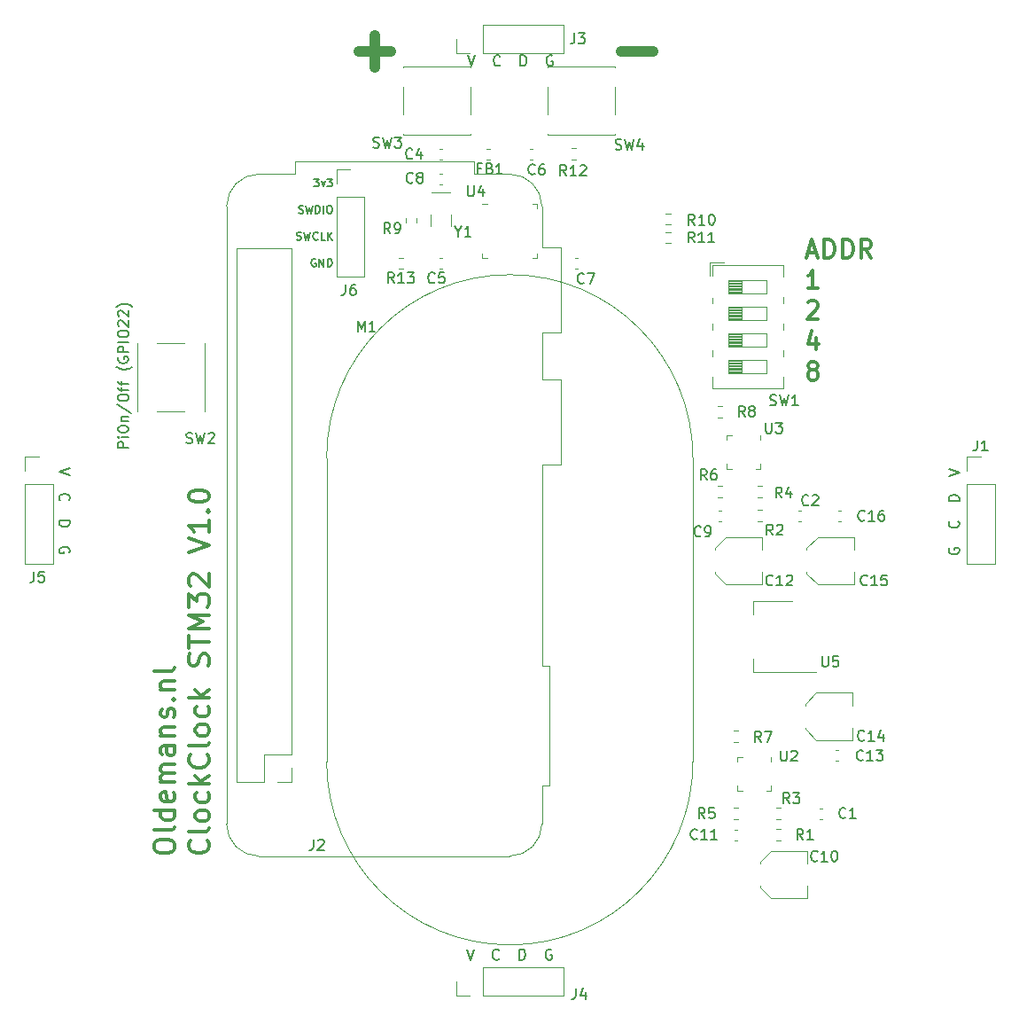
<source format=gbr>
%TF.GenerationSoftware,KiCad,Pcbnew,(5.1.9-0-10_14)*%
%TF.CreationDate,2021-04-10T08:51:35+02:00*%
%TF.ProjectId,clockclock,636c6f63-6b63-46c6-9f63-6b2e6b696361,rev?*%
%TF.SameCoordinates,Original*%
%TF.FileFunction,Legend,Top*%
%TF.FilePolarity,Positive*%
%FSLAX46Y46*%
G04 Gerber Fmt 4.6, Leading zero omitted, Abs format (unit mm)*
G04 Created by KiCad (PCBNEW (5.1.9-0-10_14)) date 2021-04-10 08:51:35*
%MOMM*%
%LPD*%
G01*
G04 APERTURE LIST*
%ADD10C,0.300000*%
%ADD11C,0.150000*%
%ADD12C,1.000000*%
%ADD13C,0.120000*%
G04 APERTURE END LIST*
D10*
X28468333Y24608333D02*
X29301666Y24608333D01*
X28301666Y24108333D02*
X28885000Y25858333D01*
X29468333Y24108333D01*
X30051666Y24108333D02*
X30051666Y25858333D01*
X30468333Y25858333D01*
X30718333Y25775000D01*
X30885000Y25608333D01*
X30968333Y25441666D01*
X31051666Y25108333D01*
X31051666Y24858333D01*
X30968333Y24525000D01*
X30885000Y24358333D01*
X30718333Y24191666D01*
X30468333Y24108333D01*
X30051666Y24108333D01*
X31801666Y24108333D02*
X31801666Y25858333D01*
X32218333Y25858333D01*
X32468333Y25775000D01*
X32635000Y25608333D01*
X32718333Y25441666D01*
X32801666Y25108333D01*
X32801666Y24858333D01*
X32718333Y24525000D01*
X32635000Y24358333D01*
X32468333Y24191666D01*
X32218333Y24108333D01*
X31801666Y24108333D01*
X34551666Y24108333D02*
X33968333Y24941666D01*
X33551666Y24108333D02*
X33551666Y25858333D01*
X34218333Y25858333D01*
X34385000Y25775000D01*
X34468333Y25691666D01*
X34551666Y25525000D01*
X34551666Y25275000D01*
X34468333Y25108333D01*
X34385000Y25025000D01*
X34218333Y24941666D01*
X33551666Y24941666D01*
X29468333Y21183333D02*
X28468333Y21183333D01*
X28968333Y21183333D02*
X28968333Y22933333D01*
X28801666Y22683333D01*
X28635000Y22516666D01*
X28468333Y22433333D01*
X28468333Y19841666D02*
X28551666Y19925000D01*
X28718333Y20008333D01*
X29135000Y20008333D01*
X29301666Y19925000D01*
X29385000Y19841666D01*
X29468333Y19675000D01*
X29468333Y19508333D01*
X29385000Y19258333D01*
X28385000Y18258333D01*
X29468333Y18258333D01*
X29301666Y16500000D02*
X29301666Y15333333D01*
X28885000Y17166666D02*
X28468333Y15916666D01*
X29551666Y15916666D01*
X28801666Y13408333D02*
X28635000Y13491666D01*
X28551666Y13575000D01*
X28468333Y13741666D01*
X28468333Y13825000D01*
X28551666Y13991666D01*
X28635000Y14075000D01*
X28801666Y14158333D01*
X29135000Y14158333D01*
X29301666Y14075000D01*
X29385000Y13991666D01*
X29468333Y13825000D01*
X29468333Y13741666D01*
X29385000Y13575000D01*
X29301666Y13491666D01*
X29135000Y13408333D01*
X28801666Y13408333D01*
X28635000Y13325000D01*
X28551666Y13241666D01*
X28468333Y13075000D01*
X28468333Y12741666D01*
X28551666Y12575000D01*
X28635000Y12491666D01*
X28801666Y12408333D01*
X29135000Y12408333D01*
X29301666Y12491666D01*
X29385000Y12575000D01*
X29468333Y12741666D01*
X29468333Y13075000D01*
X29385000Y13241666D01*
X29301666Y13325000D01*
X29135000Y13408333D01*
D11*
X-36453819Y5995257D02*
X-37453819Y5995257D01*
X-37453819Y6376209D01*
X-37406200Y6471447D01*
X-37358580Y6519066D01*
X-37263342Y6566685D01*
X-37120485Y6566685D01*
X-37025247Y6519066D01*
X-36977628Y6471447D01*
X-36930009Y6376209D01*
X-36930009Y5995257D01*
X-36453819Y6995257D02*
X-37120485Y6995257D01*
X-37453819Y6995257D02*
X-37406200Y6947638D01*
X-37358580Y6995257D01*
X-37406200Y7042876D01*
X-37453819Y6995257D01*
X-37358580Y6995257D01*
X-37453819Y7661923D02*
X-37453819Y7852400D01*
X-37406200Y7947638D01*
X-37310961Y8042876D01*
X-37120485Y8090495D01*
X-36787152Y8090495D01*
X-36596676Y8042876D01*
X-36501438Y7947638D01*
X-36453819Y7852400D01*
X-36453819Y7661923D01*
X-36501438Y7566685D01*
X-36596676Y7471447D01*
X-36787152Y7423828D01*
X-37120485Y7423828D01*
X-37310961Y7471447D01*
X-37406200Y7566685D01*
X-37453819Y7661923D01*
X-37120485Y8519066D02*
X-36453819Y8519066D01*
X-37025247Y8519066D02*
X-37072866Y8566685D01*
X-37120485Y8661923D01*
X-37120485Y8804780D01*
X-37072866Y8900019D01*
X-36977628Y8947638D01*
X-36453819Y8947638D01*
X-37501438Y10138114D02*
X-36215723Y9280971D01*
X-37453819Y10661923D02*
X-37453819Y10852400D01*
X-37406200Y10947638D01*
X-37310961Y11042876D01*
X-37120485Y11090495D01*
X-36787152Y11090495D01*
X-36596676Y11042876D01*
X-36501438Y10947638D01*
X-36453819Y10852400D01*
X-36453819Y10661923D01*
X-36501438Y10566685D01*
X-36596676Y10471447D01*
X-36787152Y10423828D01*
X-37120485Y10423828D01*
X-37310961Y10471447D01*
X-37406200Y10566685D01*
X-37453819Y10661923D01*
X-37120485Y11376209D02*
X-37120485Y11757161D01*
X-36453819Y11519066D02*
X-37310961Y11519066D01*
X-37406200Y11566685D01*
X-37453819Y11661923D01*
X-37453819Y11757161D01*
X-37120485Y11947638D02*
X-37120485Y12328590D01*
X-36453819Y12090495D02*
X-37310961Y12090495D01*
X-37406200Y12138114D01*
X-37453819Y12233352D01*
X-37453819Y12328590D01*
X-36072866Y13709542D02*
X-36120485Y13661923D01*
X-36263342Y13566685D01*
X-36358580Y13519066D01*
X-36501438Y13471447D01*
X-36739533Y13423828D01*
X-36930009Y13423828D01*
X-37168104Y13471447D01*
X-37310961Y13519066D01*
X-37406200Y13566685D01*
X-37549057Y13661923D01*
X-37596676Y13709542D01*
X-37406200Y14614304D02*
X-37453819Y14519066D01*
X-37453819Y14376209D01*
X-37406200Y14233352D01*
X-37310961Y14138114D01*
X-37215723Y14090495D01*
X-37025247Y14042876D01*
X-36882390Y14042876D01*
X-36691914Y14090495D01*
X-36596676Y14138114D01*
X-36501438Y14233352D01*
X-36453819Y14376209D01*
X-36453819Y14471447D01*
X-36501438Y14614304D01*
X-36549057Y14661923D01*
X-36882390Y14661923D01*
X-36882390Y14471447D01*
X-36453819Y15090495D02*
X-37453819Y15090495D01*
X-37453819Y15471447D01*
X-37406200Y15566685D01*
X-37358580Y15614304D01*
X-37263342Y15661923D01*
X-37120485Y15661923D01*
X-37025247Y15614304D01*
X-36977628Y15566685D01*
X-36930009Y15471447D01*
X-36930009Y15090495D01*
X-36453819Y16090495D02*
X-37453819Y16090495D01*
X-37453819Y16757161D02*
X-37453819Y16947638D01*
X-37406200Y17042876D01*
X-37310961Y17138114D01*
X-37120485Y17185733D01*
X-36787152Y17185733D01*
X-36596676Y17138114D01*
X-36501438Y17042876D01*
X-36453819Y16947638D01*
X-36453819Y16757161D01*
X-36501438Y16661923D01*
X-36596676Y16566685D01*
X-36787152Y16519066D01*
X-37120485Y16519066D01*
X-37310961Y16566685D01*
X-37406200Y16661923D01*
X-37453819Y16757161D01*
X-37358580Y17566685D02*
X-37406200Y17614304D01*
X-37453819Y17709542D01*
X-37453819Y17947638D01*
X-37406200Y18042876D01*
X-37358580Y18090495D01*
X-37263342Y18138114D01*
X-37168104Y18138114D01*
X-37025247Y18090495D01*
X-36453819Y17519066D01*
X-36453819Y18138114D01*
X-37358580Y18519066D02*
X-37406200Y18566685D01*
X-37453819Y18661923D01*
X-37453819Y18900019D01*
X-37406200Y18995257D01*
X-37358580Y19042876D01*
X-37263342Y19090495D01*
X-37168104Y19090495D01*
X-37025247Y19042876D01*
X-36453819Y18471447D01*
X-36453819Y19090495D01*
X-36072866Y19423828D02*
X-36120485Y19471447D01*
X-36263342Y19566685D01*
X-36358580Y19614304D01*
X-36501438Y19661923D01*
X-36739533Y19709542D01*
X-36930009Y19709542D01*
X-37168104Y19661923D01*
X-37310961Y19614304D01*
X-37406200Y19566685D01*
X-37549057Y19471447D01*
X-37596676Y19423828D01*
D12*
X10617390Y43808685D02*
X13665009Y43808685D01*
X-14427009Y43808685D02*
X-11379390Y43808685D01*
X-12903200Y42284876D02*
X-12903200Y45332495D01*
D11*
X-18728957Y31667714D02*
X-18264671Y31667714D01*
X-18514671Y31382000D01*
X-18407528Y31382000D01*
X-18336100Y31346285D01*
X-18300385Y31310571D01*
X-18264671Y31239142D01*
X-18264671Y31060571D01*
X-18300385Y30989142D01*
X-18336100Y30953428D01*
X-18407528Y30917714D01*
X-18621814Y30917714D01*
X-18693242Y30953428D01*
X-18728957Y30989142D01*
X-18014671Y31417714D02*
X-17836100Y30917714D01*
X-17657528Y31417714D01*
X-17443242Y31667714D02*
X-16978957Y31667714D01*
X-17228957Y31382000D01*
X-17121814Y31382000D01*
X-17050385Y31346285D01*
X-17014671Y31310571D01*
X-16978957Y31239142D01*
X-16978957Y31060571D01*
X-17014671Y30989142D01*
X-17050385Y30953428D01*
X-17121814Y30917714D01*
X-17336100Y30917714D01*
X-17407528Y30953428D01*
X-17443242Y30989142D01*
X-20157528Y28403428D02*
X-20050385Y28367714D01*
X-19871814Y28367714D01*
X-19800385Y28403428D01*
X-19764671Y28439142D01*
X-19728957Y28510571D01*
X-19728957Y28582000D01*
X-19764671Y28653428D01*
X-19800385Y28689142D01*
X-19871814Y28724857D01*
X-20014671Y28760571D01*
X-20086100Y28796285D01*
X-20121814Y28832000D01*
X-20157528Y28903428D01*
X-20157528Y28974857D01*
X-20121814Y29046285D01*
X-20086100Y29082000D01*
X-20014671Y29117714D01*
X-19836100Y29117714D01*
X-19728957Y29082000D01*
X-19478957Y29117714D02*
X-19300385Y28367714D01*
X-19157528Y28903428D01*
X-19014671Y28367714D01*
X-18836100Y29117714D01*
X-18550385Y28367714D02*
X-18550385Y29117714D01*
X-18371814Y29117714D01*
X-18264671Y29082000D01*
X-18193242Y29010571D01*
X-18157528Y28939142D01*
X-18121814Y28796285D01*
X-18121814Y28689142D01*
X-18157528Y28546285D01*
X-18193242Y28474857D01*
X-18264671Y28403428D01*
X-18371814Y28367714D01*
X-18550385Y28367714D01*
X-17800385Y28367714D02*
X-17800385Y29117714D01*
X-17300385Y29117714D02*
X-17157528Y29117714D01*
X-17086100Y29082000D01*
X-17014671Y29010571D01*
X-16978957Y28867714D01*
X-16978957Y28617714D01*
X-17014671Y28474857D01*
X-17086100Y28403428D01*
X-17157528Y28367714D01*
X-17300385Y28367714D01*
X-17371814Y28403428D01*
X-17443242Y28474857D01*
X-17478957Y28617714D01*
X-17478957Y28867714D01*
X-17443242Y29010571D01*
X-17371814Y29082000D01*
X-17300385Y29117714D01*
X-20371814Y25853428D02*
X-20264671Y25817714D01*
X-20086100Y25817714D01*
X-20014671Y25853428D01*
X-19978957Y25889142D01*
X-19943242Y25960571D01*
X-19943242Y26032000D01*
X-19978957Y26103428D01*
X-20014671Y26139142D01*
X-20086100Y26174857D01*
X-20228957Y26210571D01*
X-20300385Y26246285D01*
X-20336100Y26282000D01*
X-20371814Y26353428D01*
X-20371814Y26424857D01*
X-20336100Y26496285D01*
X-20300385Y26532000D01*
X-20228957Y26567714D01*
X-20050385Y26567714D01*
X-19943242Y26532000D01*
X-19693242Y26567714D02*
X-19514671Y25817714D01*
X-19371814Y26353428D01*
X-19228957Y25817714D01*
X-19050385Y26567714D01*
X-18336100Y25889142D02*
X-18371814Y25853428D01*
X-18478957Y25817714D01*
X-18550385Y25817714D01*
X-18657528Y25853428D01*
X-18728957Y25924857D01*
X-18764671Y25996285D01*
X-18800385Y26139142D01*
X-18800385Y26246285D01*
X-18764671Y26389142D01*
X-18728957Y26460571D01*
X-18657528Y26532000D01*
X-18550385Y26567714D01*
X-18478957Y26567714D01*
X-18371814Y26532000D01*
X-18336100Y26496285D01*
X-17657528Y25817714D02*
X-18014671Y25817714D01*
X-18014671Y26567714D01*
X-17407528Y25817714D02*
X-17407528Y26567714D01*
X-16978957Y25817714D02*
X-17300385Y26246285D01*
X-16978957Y26567714D02*
X-17407528Y26139142D01*
X-18550385Y23982000D02*
X-18621814Y24017714D01*
X-18728957Y24017714D01*
X-18836099Y23982000D01*
X-18907528Y23910571D01*
X-18943242Y23839142D01*
X-18978957Y23696285D01*
X-18978957Y23589142D01*
X-18943242Y23446285D01*
X-18907528Y23374857D01*
X-18836099Y23303428D01*
X-18728957Y23267714D01*
X-18657528Y23267714D01*
X-18550385Y23303428D01*
X-18514671Y23339142D01*
X-18514671Y23589142D01*
X-18657528Y23589142D01*
X-18193242Y23267714D02*
X-18193242Y24017714D01*
X-17764671Y23267714D01*
X-17764671Y24017714D01*
X-17407528Y23267714D02*
X-17407528Y24017714D01*
X-17228957Y24017714D01*
X-17121814Y23982000D01*
X-17050385Y23910571D01*
X-17014671Y23839142D01*
X-16978957Y23696285D01*
X-16978957Y23589142D01*
X-17014671Y23446285D01*
X-17050385Y23374857D01*
X-17121814Y23303428D01*
X-17228957Y23267714D01*
X-17407528Y23267714D01*
X-4017447Y43448219D02*
X-3684114Y42448219D01*
X-3350780Y43448219D01*
X-922209Y42543457D02*
X-969828Y42495838D01*
X-1112685Y42448219D01*
X-1207923Y42448219D01*
X-1350780Y42495838D01*
X-1446019Y42591076D01*
X-1493638Y42686314D01*
X-1541257Y42876790D01*
X-1541257Y43019647D01*
X-1493638Y43210123D01*
X-1446019Y43305361D01*
X-1350780Y43400600D01*
X-1207923Y43448219D01*
X-1112685Y43448219D01*
X-969828Y43400600D01*
X-922209Y43352980D01*
X1030171Y42448219D02*
X1030171Y43448219D01*
X1268266Y43448219D01*
X1411123Y43400600D01*
X1506361Y43305361D01*
X1553980Y43210123D01*
X1601600Y43019647D01*
X1601600Y42876790D01*
X1553980Y42686314D01*
X1506361Y42591076D01*
X1411123Y42495838D01*
X1268266Y42448219D01*
X1030171Y42448219D01*
X4077790Y43400600D02*
X3982552Y43448219D01*
X3839695Y43448219D01*
X3696838Y43400600D01*
X3601600Y43305361D01*
X3553980Y43210123D01*
X3506361Y43019647D01*
X3506361Y42876790D01*
X3553980Y42686314D01*
X3601600Y42591076D01*
X3696838Y42495838D01*
X3839695Y42448219D01*
X3934933Y42448219D01*
X4077790Y42495838D01*
X4125409Y42543457D01*
X4125409Y42876790D01*
X3934933Y42876790D01*
X-42048180Y4042847D02*
X-43048180Y3709514D01*
X-42048180Y3376180D01*
X-42952942Y947609D02*
X-43000561Y995228D01*
X-43048180Y1138085D01*
X-43048180Y1233323D01*
X-43000561Y1376180D01*
X-42905323Y1471419D01*
X-42810085Y1519038D01*
X-42619609Y1566657D01*
X-42476752Y1566657D01*
X-42286276Y1519038D01*
X-42191038Y1471419D01*
X-42095800Y1376180D01*
X-42048180Y1233323D01*
X-42048180Y1138085D01*
X-42095800Y995228D01*
X-42143419Y947609D01*
X-43048180Y-1004771D02*
X-42048180Y-1004771D01*
X-42048180Y-1242866D01*
X-42095800Y-1385723D01*
X-42191038Y-1480961D01*
X-42286276Y-1528580D01*
X-42476752Y-1576200D01*
X-42619609Y-1576200D01*
X-42810085Y-1528580D01*
X-42905323Y-1480961D01*
X-43000561Y-1385723D01*
X-43048180Y-1242866D01*
X-43048180Y-1004771D01*
X-42095800Y-4052390D02*
X-42048180Y-3957152D01*
X-42048180Y-3814295D01*
X-42095800Y-3671438D01*
X-42191038Y-3576200D01*
X-42286276Y-3528580D01*
X-42476752Y-3480961D01*
X-42619609Y-3480961D01*
X-42810085Y-3528580D01*
X-42905323Y-3576200D01*
X-43000561Y-3671438D01*
X-43048180Y-3814295D01*
X-43048180Y-3909533D01*
X-43000561Y-4052390D01*
X-42952942Y-4100009D01*
X-42619609Y-4100009D01*
X-42619609Y-3909533D01*
X-4119047Y-41921180D02*
X-3785714Y-42921180D01*
X-3452380Y-41921180D01*
X-1023809Y-42825942D02*
X-1071428Y-42873561D01*
X-1214285Y-42921180D01*
X-1309523Y-42921180D01*
X-1452380Y-42873561D01*
X-1547619Y-42778323D01*
X-1595238Y-42683085D01*
X-1642857Y-42492609D01*
X-1642857Y-42349752D01*
X-1595238Y-42159276D01*
X-1547619Y-42064038D01*
X-1452380Y-41968800D01*
X-1309523Y-41921180D01*
X-1214285Y-41921180D01*
X-1071428Y-41968800D01*
X-1023809Y-42016419D01*
X928571Y-42921180D02*
X928571Y-41921180D01*
X1166666Y-41921180D01*
X1309523Y-41968800D01*
X1404761Y-42064038D01*
X1452380Y-42159276D01*
X1500000Y-42349752D01*
X1500000Y-42492609D01*
X1452380Y-42683085D01*
X1404761Y-42778323D01*
X1309523Y-42873561D01*
X1166666Y-42921180D01*
X928571Y-42921180D01*
X3976190Y-41968800D02*
X3880952Y-41921180D01*
X3738095Y-41921180D01*
X3595238Y-41968800D01*
X3500000Y-42064038D01*
X3452380Y-42159276D01*
X3404761Y-42349752D01*
X3404761Y-42492609D01*
X3452380Y-42683085D01*
X3500000Y-42778323D01*
X3595238Y-42873561D01*
X3738095Y-42921180D01*
X3833333Y-42921180D01*
X3976190Y-42873561D01*
X4023809Y-42825942D01*
X4023809Y-42492609D01*
X3833333Y-42492609D01*
X41994200Y-3630180D02*
X41946580Y-3725419D01*
X41946580Y-3868276D01*
X41994200Y-4011133D01*
X42089438Y-4106371D01*
X42184676Y-4153990D01*
X42375152Y-4201609D01*
X42518009Y-4201609D01*
X42708485Y-4153990D01*
X42803723Y-4106371D01*
X42898961Y-4011133D01*
X42946580Y-3868276D01*
X42946580Y-3773038D01*
X42898961Y-3630180D01*
X42851342Y-3582561D01*
X42518009Y-3582561D01*
X42518009Y-3773038D01*
X42851342Y-1058752D02*
X42898961Y-1106371D01*
X42946580Y-1249228D01*
X42946580Y-1344466D01*
X42898961Y-1487323D01*
X42803723Y-1582561D01*
X42708485Y-1630180D01*
X42518009Y-1677800D01*
X42375152Y-1677800D01*
X42184676Y-1630180D01*
X42089438Y-1582561D01*
X41994200Y-1487323D01*
X41946580Y-1344466D01*
X41946580Y-1249228D01*
X41994200Y-1106371D01*
X42041819Y-1058752D01*
X42946580Y893628D02*
X41946580Y893628D01*
X41946580Y1131723D01*
X41994200Y1274580D01*
X42089438Y1369819D01*
X42184676Y1417438D01*
X42375152Y1465057D01*
X42518009Y1465057D01*
X42708485Y1417438D01*
X42803723Y1369819D01*
X42898961Y1274580D01*
X42946580Y1131723D01*
X42946580Y893628D01*
X41946580Y3274580D02*
X42946580Y3607914D01*
X41946580Y3941247D01*
D10*
X-34012638Y-32272657D02*
X-34012638Y-31891704D01*
X-33917400Y-31701228D01*
X-33726923Y-31510752D01*
X-33345971Y-31415514D01*
X-32679304Y-31415514D01*
X-32298352Y-31510752D01*
X-32107876Y-31701228D01*
X-32012638Y-31891704D01*
X-32012638Y-32272657D01*
X-32107876Y-32463133D01*
X-32298352Y-32653609D01*
X-32679304Y-32748847D01*
X-33345971Y-32748847D01*
X-33726923Y-32653609D01*
X-33917400Y-32463133D01*
X-34012638Y-32272657D01*
X-32012638Y-30272657D02*
X-32107876Y-30463133D01*
X-32298352Y-30558371D01*
X-34012638Y-30558371D01*
X-32012638Y-28653609D02*
X-34012638Y-28653609D01*
X-32107876Y-28653609D02*
X-32012638Y-28844085D01*
X-32012638Y-29225038D01*
X-32107876Y-29415514D01*
X-32203114Y-29510752D01*
X-32393590Y-29605990D01*
X-32965019Y-29605990D01*
X-33155495Y-29510752D01*
X-33250733Y-29415514D01*
X-33345971Y-29225038D01*
X-33345971Y-28844085D01*
X-33250733Y-28653609D01*
X-32107876Y-26939323D02*
X-32012638Y-27129800D01*
X-32012638Y-27510752D01*
X-32107876Y-27701228D01*
X-32298352Y-27796466D01*
X-33060257Y-27796466D01*
X-33250733Y-27701228D01*
X-33345971Y-27510752D01*
X-33345971Y-27129800D01*
X-33250733Y-26939323D01*
X-33060257Y-26844085D01*
X-32869780Y-26844085D01*
X-32679304Y-27796466D01*
X-32012638Y-25986942D02*
X-33345971Y-25986942D01*
X-33155495Y-25986942D02*
X-33250733Y-25891704D01*
X-33345971Y-25701228D01*
X-33345971Y-25415514D01*
X-33250733Y-25225038D01*
X-33060257Y-25129800D01*
X-32012638Y-25129800D01*
X-33060257Y-25129800D02*
X-33250733Y-25034561D01*
X-33345971Y-24844085D01*
X-33345971Y-24558371D01*
X-33250733Y-24367895D01*
X-33060257Y-24272657D01*
X-32012638Y-24272657D01*
X-32012638Y-22463133D02*
X-33060257Y-22463133D01*
X-33250733Y-22558371D01*
X-33345971Y-22748847D01*
X-33345971Y-23129800D01*
X-33250733Y-23320276D01*
X-32107876Y-22463133D02*
X-32012638Y-22653609D01*
X-32012638Y-23129800D01*
X-32107876Y-23320276D01*
X-32298352Y-23415514D01*
X-32488828Y-23415514D01*
X-32679304Y-23320276D01*
X-32774542Y-23129800D01*
X-32774542Y-22653609D01*
X-32869780Y-22463133D01*
X-33345971Y-21510752D02*
X-32012638Y-21510752D01*
X-33155495Y-21510752D02*
X-33250733Y-21415514D01*
X-33345971Y-21225038D01*
X-33345971Y-20939323D01*
X-33250733Y-20748847D01*
X-33060257Y-20653609D01*
X-32012638Y-20653609D01*
X-32107876Y-19796466D02*
X-32012638Y-19605990D01*
X-32012638Y-19225038D01*
X-32107876Y-19034561D01*
X-32298352Y-18939323D01*
X-32393590Y-18939323D01*
X-32584066Y-19034561D01*
X-32679304Y-19225038D01*
X-32679304Y-19510752D01*
X-32774542Y-19701228D01*
X-32965019Y-19796466D01*
X-33060257Y-19796466D01*
X-33250733Y-19701228D01*
X-33345971Y-19510752D01*
X-33345971Y-19225038D01*
X-33250733Y-19034561D01*
X-32203114Y-18082180D02*
X-32107876Y-17986942D01*
X-32012638Y-18082180D01*
X-32107876Y-18177419D01*
X-32203114Y-18082180D01*
X-32012638Y-18082180D01*
X-33345971Y-17129800D02*
X-32012638Y-17129800D01*
X-33155495Y-17129800D02*
X-33250733Y-17034561D01*
X-33345971Y-16844085D01*
X-33345971Y-16558371D01*
X-33250733Y-16367895D01*
X-33060257Y-16272657D01*
X-32012638Y-16272657D01*
X-32012638Y-15034561D02*
X-32107876Y-15225038D01*
X-32298352Y-15320276D01*
X-34012638Y-15320276D01*
X-28903114Y-31510752D02*
X-28807876Y-31605990D01*
X-28712638Y-31891704D01*
X-28712638Y-32082180D01*
X-28807876Y-32367895D01*
X-28998352Y-32558371D01*
X-29188828Y-32653609D01*
X-29569780Y-32748847D01*
X-29855495Y-32748847D01*
X-30236447Y-32653609D01*
X-30426923Y-32558371D01*
X-30617400Y-32367895D01*
X-30712638Y-32082180D01*
X-30712638Y-31891704D01*
X-30617400Y-31605990D01*
X-30522161Y-31510752D01*
X-28712638Y-30367895D02*
X-28807876Y-30558371D01*
X-28998352Y-30653609D01*
X-30712638Y-30653609D01*
X-28712638Y-29320276D02*
X-28807876Y-29510752D01*
X-28903114Y-29605990D01*
X-29093590Y-29701228D01*
X-29665019Y-29701228D01*
X-29855495Y-29605990D01*
X-29950733Y-29510752D01*
X-30045971Y-29320276D01*
X-30045971Y-29034561D01*
X-29950733Y-28844085D01*
X-29855495Y-28748847D01*
X-29665019Y-28653609D01*
X-29093590Y-28653609D01*
X-28903114Y-28748847D01*
X-28807876Y-28844085D01*
X-28712638Y-29034561D01*
X-28712638Y-29320276D01*
X-28807876Y-26939323D02*
X-28712638Y-27129800D01*
X-28712638Y-27510752D01*
X-28807876Y-27701228D01*
X-28903114Y-27796466D01*
X-29093590Y-27891704D01*
X-29665019Y-27891704D01*
X-29855495Y-27796466D01*
X-29950733Y-27701228D01*
X-30045971Y-27510752D01*
X-30045971Y-27129800D01*
X-29950733Y-26939323D01*
X-28712638Y-26082180D02*
X-30712638Y-26082180D01*
X-29474542Y-25891704D02*
X-28712638Y-25320276D01*
X-30045971Y-25320276D02*
X-29284066Y-26082180D01*
X-28903114Y-23320276D02*
X-28807876Y-23415514D01*
X-28712638Y-23701228D01*
X-28712638Y-23891704D01*
X-28807876Y-24177419D01*
X-28998352Y-24367895D01*
X-29188828Y-24463133D01*
X-29569780Y-24558371D01*
X-29855495Y-24558371D01*
X-30236447Y-24463133D01*
X-30426923Y-24367895D01*
X-30617400Y-24177419D01*
X-30712638Y-23891704D01*
X-30712638Y-23701228D01*
X-30617400Y-23415514D01*
X-30522161Y-23320276D01*
X-28712638Y-22177419D02*
X-28807876Y-22367895D01*
X-28998352Y-22463133D01*
X-30712638Y-22463133D01*
X-28712638Y-21129800D02*
X-28807876Y-21320276D01*
X-28903114Y-21415514D01*
X-29093590Y-21510752D01*
X-29665019Y-21510752D01*
X-29855495Y-21415514D01*
X-29950733Y-21320276D01*
X-30045971Y-21129800D01*
X-30045971Y-20844085D01*
X-29950733Y-20653609D01*
X-29855495Y-20558371D01*
X-29665019Y-20463133D01*
X-29093590Y-20463133D01*
X-28903114Y-20558371D01*
X-28807876Y-20653609D01*
X-28712638Y-20844085D01*
X-28712638Y-21129800D01*
X-28807876Y-18748847D02*
X-28712638Y-18939323D01*
X-28712638Y-19320276D01*
X-28807876Y-19510752D01*
X-28903114Y-19605990D01*
X-29093590Y-19701228D01*
X-29665019Y-19701228D01*
X-29855495Y-19605990D01*
X-29950733Y-19510752D01*
X-30045971Y-19320276D01*
X-30045971Y-18939323D01*
X-29950733Y-18748847D01*
X-28712638Y-17891704D02*
X-30712638Y-17891704D01*
X-29474542Y-17701228D02*
X-28712638Y-17129800D01*
X-30045971Y-17129800D02*
X-29284066Y-17891704D01*
X-28807876Y-14844085D02*
X-28712638Y-14558371D01*
X-28712638Y-14082180D01*
X-28807876Y-13891704D01*
X-28903114Y-13796466D01*
X-29093590Y-13701228D01*
X-29284066Y-13701228D01*
X-29474542Y-13796466D01*
X-29569780Y-13891704D01*
X-29665019Y-14082180D01*
X-29760257Y-14463133D01*
X-29855495Y-14653609D01*
X-29950733Y-14748847D01*
X-30141209Y-14844085D01*
X-30331685Y-14844085D01*
X-30522161Y-14748847D01*
X-30617400Y-14653609D01*
X-30712638Y-14463133D01*
X-30712638Y-13986942D01*
X-30617400Y-13701228D01*
X-30712638Y-13129800D02*
X-30712638Y-11986942D01*
X-28712638Y-12558371D02*
X-30712638Y-12558371D01*
X-28712638Y-11320276D02*
X-30712638Y-11320276D01*
X-29284066Y-10653609D01*
X-30712638Y-9986942D01*
X-28712638Y-9986942D01*
X-30712638Y-9225038D02*
X-30712638Y-7986942D01*
X-29950733Y-8653609D01*
X-29950733Y-8367895D01*
X-29855495Y-8177419D01*
X-29760257Y-8082180D01*
X-29569780Y-7986942D01*
X-29093590Y-7986942D01*
X-28903114Y-8082180D01*
X-28807876Y-8177419D01*
X-28712638Y-8367895D01*
X-28712638Y-8939323D01*
X-28807876Y-9129800D01*
X-28903114Y-9225038D01*
X-30522161Y-7225038D02*
X-30617400Y-7129800D01*
X-30712638Y-6939323D01*
X-30712638Y-6463133D01*
X-30617400Y-6272657D01*
X-30522161Y-6177419D01*
X-30331685Y-6082180D01*
X-30141209Y-6082180D01*
X-29855495Y-6177419D01*
X-28712638Y-7320276D01*
X-28712638Y-6082180D01*
X-30712638Y-3986942D02*
X-28712638Y-3320276D01*
X-30712638Y-2653609D01*
X-28712638Y-939323D02*
X-28712638Y-2082180D01*
X-28712638Y-1510752D02*
X-30712638Y-1510752D01*
X-30426923Y-1701228D01*
X-30236447Y-1891704D01*
X-30141209Y-2082180D01*
X-28903114Y-82180D02*
X-28807876Y13057D01*
X-28712638Y-82180D01*
X-28807876Y-177419D01*
X-28903114Y-82180D01*
X-28712638Y-82180D01*
X-30712638Y1251152D02*
X-30712638Y1441628D01*
X-30617399Y1632104D01*
X-30522161Y1727342D01*
X-30331685Y1822580D01*
X-29950733Y1917819D01*
X-29474542Y1917819D01*
X-29093590Y1822580D01*
X-28903114Y1727342D01*
X-28807876Y1632104D01*
X-28712638Y1441628D01*
X-28712638Y1251152D01*
X-28807876Y1060676D01*
X-28903114Y965438D01*
X-29093590Y870199D01*
X-29474542Y774961D01*
X-29950733Y774961D01*
X-30331685Y870199D01*
X-30522161Y965438D01*
X-30617399Y1060676D01*
X-30712638Y1251152D01*
D13*
%TO.C,J2*%
X3065000Y-26274000D02*
X3065000Y-29964000D01*
X3765000Y-26274000D02*
X3065000Y-26274000D01*
X3765000Y-14854000D02*
X3765000Y-26274000D01*
X3065000Y-14854000D02*
X3765000Y-14854000D01*
X3065000Y4376000D02*
X3065000Y-14854000D01*
X3065000Y16976000D02*
X3065000Y12496000D01*
X4865000Y12496000D02*
X4865000Y4376000D01*
X4865000Y4376000D02*
X3065000Y4376000D01*
X3065000Y12496000D02*
X4865000Y12496000D01*
X4865000Y16976000D02*
X3065000Y16976000D01*
X4865000Y25096000D02*
X4865000Y16976000D01*
X3065000Y25096000D02*
X4865000Y25096000D01*
X-20555000Y32096000D02*
X-23995000Y32096000D01*
X-3435000Y33296000D02*
X-3435000Y32096000D01*
X-20555000Y33296000D02*
X-3435000Y33296000D01*
X-20555000Y32096000D02*
X-20555000Y33296000D01*
X-26095000Y-25924000D02*
X-26095000Y24996000D01*
X-26095000Y-25924000D02*
X-23495000Y-25924000D01*
X-23495000Y-25924000D02*
X-23495000Y-23324000D01*
X-23495000Y-23324000D02*
X-20895000Y-23324000D01*
X-22225000Y-25924000D02*
X-20895000Y-25924000D01*
X-20895000Y-25924000D02*
X-20895000Y-24594000D01*
X-20895000Y-23324000D02*
X-20895000Y24996000D01*
X-26095000Y24996000D02*
X-20895000Y24996000D01*
X-3435000Y32096000D02*
X5000Y32096000D01*
X3065000Y29036000D02*
X3065000Y25096000D01*
X-23995000Y-33024000D02*
X5000Y-33024000D01*
X-27055000Y29036000D02*
X-27055000Y-29964000D01*
X5000Y32096000D02*
G75*
G02*
X3065000Y29036000I0J-3060000D01*
G01*
X-27055000Y29036000D02*
G75*
G02*
X-23995000Y32096000I3060000J0D01*
G01*
X-23995000Y-33024000D02*
G75*
G02*
X-27055000Y-29964000I0J3060000D01*
G01*
X3065000Y-29964000D02*
G75*
G02*
X5000Y-33024000I-3060000J0D01*
G01*
%TO.C,M1*%
X-17500000Y5000000D02*
X-17500000Y-24000000D01*
X17500000Y5000000D02*
X17500000Y-24000000D01*
X17500000Y5000000D02*
G75*
G03*
X-17500000Y5000000I-17500000J0D01*
G01*
X17500000Y-24000000D02*
G75*
G02*
X-17500000Y-24000000I-17500000J0D01*
G01*
%TO.C,U5*%
X23236000Y-8655000D02*
X23236000Y-9915000D01*
X23236000Y-15475000D02*
X23236000Y-14215000D01*
X26996000Y-8655000D02*
X23236000Y-8655000D01*
X29246000Y-15475000D02*
X23236000Y-15475000D01*
%TO.C,C16*%
X31355420Y2000D02*
X31636580Y2000D01*
X31355420Y-1018000D02*
X31636580Y-1018000D01*
%TO.C,C15*%
X32867000Y-7086000D02*
X32867000Y-5886000D01*
X32867000Y-2566000D02*
X32867000Y-3766000D01*
X29411437Y-2566000D02*
X32867000Y-2566000D01*
X29411437Y-7086000D02*
X32867000Y-7086000D01*
X28347000Y-6021563D02*
X28347000Y-5886000D01*
X28347000Y-3630437D02*
X28347000Y-3766000D01*
X28347000Y-3630437D02*
X29411437Y-2566000D01*
X28347000Y-6021563D02*
X29411437Y-7086000D01*
%TO.C,C14*%
X32740000Y-21945000D02*
X32740000Y-20745000D01*
X32740000Y-17425000D02*
X32740000Y-18625000D01*
X29284437Y-17425000D02*
X32740000Y-17425000D01*
X29284437Y-21945000D02*
X32740000Y-21945000D01*
X28220000Y-20880563D02*
X28220000Y-20745000D01*
X28220000Y-18489437D02*
X28220000Y-18625000D01*
X28220000Y-18489437D02*
X29284437Y-17425000D01*
X28220000Y-20880563D02*
X29284437Y-21945000D01*
%TO.C,C13*%
X31382580Y-23878000D02*
X31101420Y-23878000D01*
X31382580Y-22858000D02*
X31101420Y-22858000D01*
%TO.C,C12*%
X19584000Y-6021563D02*
X20648437Y-7086000D01*
X19584000Y-3630437D02*
X20648437Y-2566000D01*
X19584000Y-3630437D02*
X19584000Y-3766000D01*
X19584000Y-6021563D02*
X19584000Y-5886000D01*
X20648437Y-7086000D02*
X24104000Y-7086000D01*
X20648437Y-2566000D02*
X24104000Y-2566000D01*
X24104000Y-2566000D02*
X24104000Y-3766000D01*
X24104000Y-7086000D02*
X24104000Y-5886000D01*
%TO.C,C10*%
X23902000Y-35993563D02*
X24966437Y-37058000D01*
X23902000Y-33602437D02*
X24966437Y-32538000D01*
X23902000Y-33602437D02*
X23902000Y-33738000D01*
X23902000Y-35993563D02*
X23902000Y-35858000D01*
X24966437Y-37058000D02*
X28422000Y-37058000D01*
X24966437Y-32538000D02*
X28422000Y-32538000D01*
X28422000Y-32538000D02*
X28422000Y-33738000D01*
X28422000Y-37058000D02*
X28422000Y-35858000D01*
%TO.C,C1*%
X29858580Y-29466000D02*
X29577420Y-29466000D01*
X29858580Y-28446000D02*
X29577420Y-28446000D01*
%TO.C,C2*%
X27826580Y-1018000D02*
X27545420Y-1018000D01*
X27826580Y2000D02*
X27545420Y2000D01*
%TO.C,C4*%
X-6744580Y32133000D02*
X-6463420Y32133000D01*
X-6744580Y31113000D02*
X-6463420Y31113000D01*
%TO.C,C5*%
X-6744580Y24132000D02*
X-6463420Y24132000D01*
X-6744580Y23112000D02*
X-6463420Y23112000D01*
%TO.C,C6*%
X1891420Y34546000D02*
X2172580Y34546000D01*
X1891420Y33526000D02*
X2172580Y33526000D01*
%TO.C,C7*%
X6209420Y24132000D02*
X6490580Y24132000D01*
X6209420Y23112000D02*
X6490580Y23112000D01*
%TO.C,C8*%
X-6463420Y33526000D02*
X-6744580Y33526000D01*
X-6463420Y34546000D02*
X-6744580Y34546000D01*
%TO.C,FB1*%
X-2194779Y34546000D02*
X-1869221Y34546000D01*
X-2194779Y33526000D02*
X-1869221Y33526000D01*
%TO.C,J1*%
X43670000Y-5140000D02*
X46330000Y-5140000D01*
X43670000Y2540000D02*
X43670000Y-5140000D01*
X46330000Y2540000D02*
X46330000Y-5140000D01*
X43670000Y2540000D02*
X46330000Y2540000D01*
X43670000Y3810000D02*
X43670000Y5140000D01*
X43670000Y5140000D02*
X45000000Y5140000D01*
%TO.C,J3*%
X5140000Y43670000D02*
X5140000Y46330000D01*
X-2540000Y43670000D02*
X5140000Y43670000D01*
X-2540000Y46330000D02*
X5140000Y46330000D01*
X-2540000Y43670000D02*
X-2540000Y46330000D01*
X-3810000Y43670000D02*
X-5140000Y43670000D01*
X-5140000Y43670000D02*
X-5140000Y45000000D01*
%TO.C,J4*%
X5140000Y-46330000D02*
X5140000Y-43670000D01*
X-2540000Y-46330000D02*
X5140000Y-46330000D01*
X-2540000Y-43670000D02*
X5140000Y-43670000D01*
X-2540000Y-46330000D02*
X-2540000Y-43670000D01*
X-3810000Y-46330000D02*
X-5140000Y-46330000D01*
X-5140000Y-46330000D02*
X-5140000Y-45000000D01*
%TO.C,J5*%
X-46330000Y-5140000D02*
X-43670000Y-5140000D01*
X-46330000Y2540000D02*
X-46330000Y-5140000D01*
X-43670000Y2540000D02*
X-43670000Y-5140000D01*
X-46330000Y2540000D02*
X-43670000Y2540000D01*
X-46330000Y3810000D02*
X-46330000Y5140000D01*
X-46330000Y5140000D02*
X-45000000Y5140000D01*
%TO.C,J6*%
X-16570000Y22292000D02*
X-13910000Y22292000D01*
X-16570000Y29972000D02*
X-16570000Y22292000D01*
X-13910000Y29972000D02*
X-13910000Y22292000D01*
X-16570000Y29972000D02*
X-13910000Y29972000D01*
X-16570000Y31242000D02*
X-16570000Y32572000D01*
X-16570000Y32572000D02*
X-15240000Y32572000D01*
%TO.C,R1*%
X25891258Y-31510500D02*
X25416742Y-31510500D01*
X25891258Y-30465500D02*
X25416742Y-30465500D01*
%TO.C,R2*%
X24113258Y-1030500D02*
X23638742Y-1030500D01*
X24113258Y14500D02*
X23638742Y14500D01*
%TO.C,R3*%
X25416742Y-28433500D02*
X25891258Y-28433500D01*
X25416742Y-29478500D02*
X25891258Y-29478500D01*
%TO.C,R4*%
X23638742Y2300500D02*
X24113258Y2300500D01*
X23638742Y1255500D02*
X24113258Y1255500D01*
%TO.C,R5*%
X21827258Y-29478500D02*
X21352742Y-29478500D01*
X21827258Y-28433500D02*
X21352742Y-28433500D01*
%TO.C,R6*%
X20303258Y1255500D02*
X19828742Y1255500D01*
X20303258Y2300500D02*
X19828742Y2300500D01*
%TO.C,R7*%
X21827258Y-22112500D02*
X21352742Y-22112500D01*
X21827258Y-21067500D02*
X21352742Y-21067500D01*
%TO.C,R8*%
X20303258Y8875500D02*
X19828742Y8875500D01*
X20303258Y9920500D02*
X19828742Y9920500D01*
%TO.C,R9*%
X-8875500Y27923258D02*
X-8875500Y27448742D01*
X-9920500Y27923258D02*
X-9920500Y27448742D01*
%TO.C,SW2*%
X-35615000Y15930000D02*
X-35585000Y15930000D01*
X-29155000Y15930000D02*
X-29185000Y15930000D01*
X-29155000Y9470000D02*
X-29185000Y9470000D01*
X-35585000Y9470000D02*
X-35615000Y9470000D01*
X-33685000Y15930000D02*
X-31085000Y15930000D01*
X-35615000Y9470000D02*
X-35615000Y15930000D01*
X-33685000Y9470000D02*
X-31085000Y9470000D01*
X-29155000Y9470000D02*
X-29155000Y15930000D01*
%TO.C,SW3*%
X-3755000Y42346000D02*
X-3755000Y42316000D01*
X-3755000Y35886000D02*
X-3755000Y35916000D01*
X-10215000Y35886000D02*
X-10215000Y35916000D01*
X-10215000Y42316000D02*
X-10215000Y42346000D01*
X-3755000Y40416000D02*
X-3755000Y37816000D01*
X-10215000Y42346000D02*
X-3755000Y42346000D01*
X-10215000Y40416000D02*
X-10215000Y37816000D01*
X-10215000Y35886000D02*
X-3755000Y35886000D01*
%TO.C,SW4*%
X10088000Y42346000D02*
X10088000Y42316000D01*
X10088000Y35886000D02*
X10088000Y35916000D01*
X3628000Y35886000D02*
X3628000Y35916000D01*
X3628000Y42316000D02*
X3628000Y42346000D01*
X10088000Y40416000D02*
X10088000Y37816000D01*
X3628000Y42346000D02*
X10088000Y42346000D01*
X3628000Y40416000D02*
X3628000Y37816000D01*
X3628000Y35886000D02*
X10088000Y35886000D01*
%TO.C,U2*%
X24978000Y-24011000D02*
X24978000Y-23536000D01*
X21758000Y-26756000D02*
X22233000Y-26756000D01*
X21758000Y-26281000D02*
X21758000Y-26756000D01*
X21758000Y-23536000D02*
X22233000Y-23536000D01*
X21758000Y-24011000D02*
X21758000Y-23536000D01*
X24978000Y-26756000D02*
X24503000Y-26756000D01*
X24978000Y-26281000D02*
X24978000Y-26756000D01*
%TO.C,U3*%
X23962000Y6723000D02*
X23962000Y7198000D01*
X20742000Y3978000D02*
X21217000Y3978000D01*
X20742000Y4453000D02*
X20742000Y3978000D01*
X20742000Y7198000D02*
X21217000Y7198000D01*
X20742000Y6723000D02*
X20742000Y7198000D01*
X23962000Y3978000D02*
X23487000Y3978000D01*
X23962000Y4453000D02*
X23962000Y3978000D01*
%TO.C,U4*%
X2135000Y29280000D02*
X2610000Y29280000D01*
X2610000Y29280000D02*
X2610000Y28805000D01*
X-2135000Y24060000D02*
X-2610000Y24060000D01*
X-2610000Y24060000D02*
X-2610000Y24535000D01*
X2135000Y24060000D02*
X2610000Y24060000D01*
X2610000Y24060000D02*
X2610000Y24535000D01*
X-2135000Y29280000D02*
X-2610000Y29280000D01*
%TO.C,Y1*%
X-5654000Y28236000D02*
X-5654000Y27136000D01*
X-7554000Y28236000D02*
X-7554000Y27136000D01*
X-5704000Y30386000D02*
X-7504000Y30386000D01*
%TO.C,C9*%
X19925420Y2000D02*
X20206580Y2000D01*
X19925420Y-1018000D02*
X20206580Y-1018000D01*
%TO.C,C11*%
X21449420Y-30478000D02*
X21730580Y-30478000D01*
X21449420Y-31498000D02*
X21730580Y-31498000D01*
%TO.C,R10*%
X15350258Y27290500D02*
X14875742Y27290500D01*
X15350258Y28335500D02*
X14875742Y28335500D01*
%TO.C,R11*%
X15350258Y25512500D02*
X14875742Y25512500D01*
X15350258Y26557500D02*
X14875742Y26557500D01*
%TO.C,R12*%
X5858742Y34558500D02*
X6333258Y34558500D01*
X5858742Y33513500D02*
X6333258Y33513500D01*
%TO.C,R13*%
X-10176742Y23074100D02*
X-10651258Y23074100D01*
X-10176742Y24119100D02*
X-10651258Y24119100D01*
%TO.C,SW1*%
X19323000Y23446000D02*
X26144000Y23446000D01*
X19323000Y11606000D02*
X26144000Y11606000D01*
X19323000Y23446000D02*
X19323000Y22376000D01*
X19323000Y20296000D02*
X19323000Y19785000D01*
X19323000Y17806000D02*
X19323000Y17245000D01*
X19323000Y15266000D02*
X19323000Y14705000D01*
X19323000Y12726000D02*
X19323000Y11606000D01*
X26144000Y12726000D02*
X26144000Y11606000D01*
X26144000Y15266000D02*
X26144000Y14705000D01*
X26144000Y17806000D02*
X26144000Y17245000D01*
X26144000Y23446000D02*
X26144000Y22326000D01*
X26144000Y20346000D02*
X26144000Y19785000D01*
X19083000Y23686000D02*
X20466000Y23686000D01*
X19083000Y23686000D02*
X19083000Y22376000D01*
X20923000Y21971000D02*
X20923000Y20701000D01*
X20923000Y20701000D02*
X24543000Y20701000D01*
X24543000Y20701000D02*
X24543000Y21971000D01*
X24543000Y21971000D02*
X20923000Y21971000D01*
X20923000Y21851000D02*
X22129667Y21851000D01*
X20923000Y21731000D02*
X22129667Y21731000D01*
X20923000Y21611000D02*
X22129667Y21611000D01*
X20923000Y21491000D02*
X22129667Y21491000D01*
X20923000Y21371000D02*
X22129667Y21371000D01*
X20923000Y21251000D02*
X22129667Y21251000D01*
X20923000Y21131000D02*
X22129667Y21131000D01*
X20923000Y21011000D02*
X22129667Y21011000D01*
X20923000Y20891000D02*
X22129667Y20891000D01*
X20923000Y20771000D02*
X22129667Y20771000D01*
X22129667Y21971000D02*
X22129667Y20701000D01*
X20923000Y19431000D02*
X20923000Y18161000D01*
X20923000Y18161000D02*
X24543000Y18161000D01*
X24543000Y18161000D02*
X24543000Y19431000D01*
X24543000Y19431000D02*
X20923000Y19431000D01*
X20923000Y19311000D02*
X22129667Y19311000D01*
X20923000Y19191000D02*
X22129667Y19191000D01*
X20923000Y19071000D02*
X22129667Y19071000D01*
X20923000Y18951000D02*
X22129667Y18951000D01*
X20923000Y18831000D02*
X22129667Y18831000D01*
X20923000Y18711000D02*
X22129667Y18711000D01*
X20923000Y18591000D02*
X22129667Y18591000D01*
X20923000Y18471000D02*
X22129667Y18471000D01*
X20923000Y18351000D02*
X22129667Y18351000D01*
X20923000Y18231000D02*
X22129667Y18231000D01*
X22129667Y19431000D02*
X22129667Y18161000D01*
X20923000Y16891000D02*
X20923000Y15621000D01*
X20923000Y15621000D02*
X24543000Y15621000D01*
X24543000Y15621000D02*
X24543000Y16891000D01*
X24543000Y16891000D02*
X20923000Y16891000D01*
X20923000Y16771000D02*
X22129667Y16771000D01*
X20923000Y16651000D02*
X22129667Y16651000D01*
X20923000Y16531000D02*
X22129667Y16531000D01*
X20923000Y16411000D02*
X22129667Y16411000D01*
X20923000Y16291000D02*
X22129667Y16291000D01*
X20923000Y16171000D02*
X22129667Y16171000D01*
X20923000Y16051000D02*
X22129667Y16051000D01*
X20923000Y15931000D02*
X22129667Y15931000D01*
X20923000Y15811000D02*
X22129667Y15811000D01*
X20923000Y15691000D02*
X22129667Y15691000D01*
X22129667Y16891000D02*
X22129667Y15621000D01*
X20923000Y14351000D02*
X20923000Y13081000D01*
X20923000Y13081000D02*
X24543000Y13081000D01*
X24543000Y13081000D02*
X24543000Y14351000D01*
X24543000Y14351000D02*
X20923000Y14351000D01*
X20923000Y14231000D02*
X22129667Y14231000D01*
X20923000Y14111000D02*
X22129667Y14111000D01*
X20923000Y13991000D02*
X22129667Y13991000D01*
X20923000Y13871000D02*
X22129667Y13871000D01*
X20923000Y13751000D02*
X22129667Y13751000D01*
X20923000Y13631000D02*
X22129667Y13631000D01*
X20923000Y13511000D02*
X22129667Y13511000D01*
X20923000Y13391000D02*
X22129667Y13391000D01*
X20923000Y13271000D02*
X22129667Y13271000D01*
X20923000Y13151000D02*
X22129667Y13151000D01*
X22129667Y14351000D02*
X22129667Y13081000D01*
%TO.C,J2*%
D11*
X-18748333Y-31430980D02*
X-18748333Y-32145266D01*
X-18795952Y-32288123D01*
X-18891190Y-32383361D01*
X-19034047Y-32430980D01*
X-19129285Y-32430980D01*
X-18319761Y-31526219D02*
X-18272142Y-31478600D01*
X-18176904Y-31430980D01*
X-17938809Y-31430980D01*
X-17843571Y-31478600D01*
X-17795952Y-31526219D01*
X-17748333Y-31621457D01*
X-17748333Y-31716695D01*
X-17795952Y-31859552D01*
X-18367380Y-32430980D01*
X-17748333Y-32430980D01*
%TO.C,M1*%
X-14525523Y17073619D02*
X-14525523Y18073619D01*
X-14192190Y17359333D01*
X-13858857Y18073619D01*
X-13858857Y17073619D01*
X-12858857Y17073619D02*
X-13430285Y17073619D01*
X-13144571Y17073619D02*
X-13144571Y18073619D01*
X-13239809Y17930761D01*
X-13335047Y17835523D01*
X-13430285Y17787904D01*
%TO.C,U5*%
X29845095Y-13930380D02*
X29845095Y-14739904D01*
X29892714Y-14835142D01*
X29940333Y-14882761D01*
X30035571Y-14930380D01*
X30226047Y-14930380D01*
X30321285Y-14882761D01*
X30368904Y-14835142D01*
X30416523Y-14739904D01*
X30416523Y-13930380D01*
X31368904Y-13930380D02*
X30892714Y-13930380D01*
X30845095Y-14406571D01*
X30892714Y-14358952D01*
X30987952Y-14311333D01*
X31226047Y-14311333D01*
X31321285Y-14358952D01*
X31368904Y-14406571D01*
X31416523Y-14501809D01*
X31416523Y-14739904D01*
X31368904Y-14835142D01*
X31321285Y-14882761D01*
X31226047Y-14930380D01*
X30987952Y-14930380D01*
X30892714Y-14882761D01*
X30845095Y-14835142D01*
%TO.C,C16*%
X33901142Y-915942D02*
X33853523Y-963561D01*
X33710666Y-1011180D01*
X33615428Y-1011180D01*
X33472571Y-963561D01*
X33377333Y-868323D01*
X33329714Y-773085D01*
X33282095Y-582609D01*
X33282095Y-439752D01*
X33329714Y-249276D01*
X33377333Y-154038D01*
X33472571Y-58800D01*
X33615428Y-11180D01*
X33710666Y-11180D01*
X33853523Y-58800D01*
X33901142Y-106419D01*
X34853523Y-1011180D02*
X34282095Y-1011180D01*
X34567809Y-1011180D02*
X34567809Y-11180D01*
X34472571Y-154038D01*
X34377333Y-249276D01*
X34282095Y-296895D01*
X35710666Y-11180D02*
X35520190Y-11180D01*
X35424952Y-58800D01*
X35377333Y-106419D01*
X35282095Y-249276D01*
X35234476Y-439752D01*
X35234476Y-820704D01*
X35282095Y-915942D01*
X35329714Y-963561D01*
X35424952Y-1011180D01*
X35615428Y-1011180D01*
X35710666Y-963561D01*
X35758285Y-915942D01*
X35805904Y-820704D01*
X35805904Y-582609D01*
X35758285Y-487371D01*
X35710666Y-439752D01*
X35615428Y-392133D01*
X35424952Y-392133D01*
X35329714Y-439752D01*
X35282095Y-487371D01*
X35234476Y-582609D01*
%TO.C,C15*%
X34155142Y-7088142D02*
X34107523Y-7135761D01*
X33964666Y-7183380D01*
X33869428Y-7183380D01*
X33726571Y-7135761D01*
X33631333Y-7040523D01*
X33583714Y-6945285D01*
X33536095Y-6754809D01*
X33536095Y-6611952D01*
X33583714Y-6421476D01*
X33631333Y-6326238D01*
X33726571Y-6231000D01*
X33869428Y-6183380D01*
X33964666Y-6183380D01*
X34107523Y-6231000D01*
X34155142Y-6278619D01*
X35107523Y-7183380D02*
X34536095Y-7183380D01*
X34821809Y-7183380D02*
X34821809Y-6183380D01*
X34726571Y-6326238D01*
X34631333Y-6421476D01*
X34536095Y-6469095D01*
X36012285Y-6183380D02*
X35536095Y-6183380D01*
X35488476Y-6659571D01*
X35536095Y-6611952D01*
X35631333Y-6564333D01*
X35869428Y-6564333D01*
X35964666Y-6611952D01*
X36012285Y-6659571D01*
X36059904Y-6754809D01*
X36059904Y-6992904D01*
X36012285Y-7088142D01*
X35964666Y-7135761D01*
X35869428Y-7183380D01*
X35631333Y-7183380D01*
X35536095Y-7135761D01*
X35488476Y-7088142D01*
%TO.C,C14*%
X33875742Y-21921742D02*
X33828123Y-21969361D01*
X33685266Y-22016980D01*
X33590028Y-22016980D01*
X33447171Y-21969361D01*
X33351933Y-21874123D01*
X33304314Y-21778885D01*
X33256695Y-21588409D01*
X33256695Y-21445552D01*
X33304314Y-21255076D01*
X33351933Y-21159838D01*
X33447171Y-21064600D01*
X33590028Y-21016980D01*
X33685266Y-21016980D01*
X33828123Y-21064600D01*
X33875742Y-21112219D01*
X34828123Y-22016980D02*
X34256695Y-22016980D01*
X34542409Y-22016980D02*
X34542409Y-21016980D01*
X34447171Y-21159838D01*
X34351933Y-21255076D01*
X34256695Y-21302695D01*
X35685266Y-21350314D02*
X35685266Y-22016980D01*
X35447171Y-20969361D02*
X35209076Y-21683647D01*
X35828123Y-21683647D01*
%TO.C,C13*%
X33748742Y-23801342D02*
X33701123Y-23848961D01*
X33558266Y-23896580D01*
X33463028Y-23896580D01*
X33320171Y-23848961D01*
X33224933Y-23753723D01*
X33177314Y-23658485D01*
X33129695Y-23468009D01*
X33129695Y-23325152D01*
X33177314Y-23134676D01*
X33224933Y-23039438D01*
X33320171Y-22944200D01*
X33463028Y-22896580D01*
X33558266Y-22896580D01*
X33701123Y-22944200D01*
X33748742Y-22991819D01*
X34701123Y-23896580D02*
X34129695Y-23896580D01*
X34415409Y-23896580D02*
X34415409Y-22896580D01*
X34320171Y-23039438D01*
X34224933Y-23134676D01*
X34129695Y-23182295D01*
X35034457Y-22896580D02*
X35653504Y-22896580D01*
X35320171Y-23277533D01*
X35463028Y-23277533D01*
X35558266Y-23325152D01*
X35605885Y-23372771D01*
X35653504Y-23468009D01*
X35653504Y-23706104D01*
X35605885Y-23801342D01*
X35558266Y-23848961D01*
X35463028Y-23896580D01*
X35177314Y-23896580D01*
X35082076Y-23848961D01*
X35034457Y-23801342D01*
%TO.C,C12*%
X25112742Y-7088142D02*
X25065123Y-7135761D01*
X24922266Y-7183380D01*
X24827028Y-7183380D01*
X24684171Y-7135761D01*
X24588933Y-7040523D01*
X24541314Y-6945285D01*
X24493695Y-6754809D01*
X24493695Y-6611952D01*
X24541314Y-6421476D01*
X24588933Y-6326238D01*
X24684171Y-6231000D01*
X24827028Y-6183380D01*
X24922266Y-6183380D01*
X25065123Y-6231000D01*
X25112742Y-6278619D01*
X26065123Y-7183380D02*
X25493695Y-7183380D01*
X25779409Y-7183380D02*
X25779409Y-6183380D01*
X25684171Y-6326238D01*
X25588933Y-6421476D01*
X25493695Y-6469095D01*
X26446076Y-6278619D02*
X26493695Y-6231000D01*
X26588933Y-6183380D01*
X26827028Y-6183380D01*
X26922266Y-6231000D01*
X26969885Y-6278619D01*
X27017504Y-6373857D01*
X27017504Y-6469095D01*
X26969885Y-6611952D01*
X26398457Y-7183380D01*
X27017504Y-7183380D01*
%TO.C,C10*%
X29405342Y-33427942D02*
X29357723Y-33475561D01*
X29214866Y-33523180D01*
X29119628Y-33523180D01*
X28976771Y-33475561D01*
X28881533Y-33380323D01*
X28833914Y-33285085D01*
X28786295Y-33094609D01*
X28786295Y-32951752D01*
X28833914Y-32761276D01*
X28881533Y-32666038D01*
X28976771Y-32570800D01*
X29119628Y-32523180D01*
X29214866Y-32523180D01*
X29357723Y-32570800D01*
X29405342Y-32618419D01*
X30357723Y-33523180D02*
X29786295Y-33523180D01*
X30072009Y-33523180D02*
X30072009Y-32523180D01*
X29976771Y-32666038D01*
X29881533Y-32761276D01*
X29786295Y-32808895D01*
X30976771Y-32523180D02*
X31072009Y-32523180D01*
X31167247Y-32570800D01*
X31214866Y-32618419D01*
X31262485Y-32713657D01*
X31310104Y-32904133D01*
X31310104Y-33142228D01*
X31262485Y-33332704D01*
X31214866Y-33427942D01*
X31167247Y-33475561D01*
X31072009Y-33523180D01*
X30976771Y-33523180D01*
X30881533Y-33475561D01*
X30833914Y-33427942D01*
X30786295Y-33332704D01*
X30738676Y-33142228D01*
X30738676Y-32904133D01*
X30786295Y-32713657D01*
X30833914Y-32618419D01*
X30881533Y-32570800D01*
X30976771Y-32523180D01*
%TO.C,C1*%
X32091333Y-29313142D02*
X32043714Y-29360761D01*
X31900857Y-29408380D01*
X31805619Y-29408380D01*
X31662761Y-29360761D01*
X31567523Y-29265523D01*
X31519904Y-29170285D01*
X31472285Y-28979809D01*
X31472285Y-28836952D01*
X31519904Y-28646476D01*
X31567523Y-28551238D01*
X31662761Y-28456000D01*
X31805619Y-28408380D01*
X31900857Y-28408380D01*
X32043714Y-28456000D01*
X32091333Y-28503619D01*
X33043714Y-29408380D02*
X32472285Y-29408380D01*
X32758000Y-29408380D02*
X32758000Y-28408380D01*
X32662761Y-28551238D01*
X32567523Y-28646476D01*
X32472285Y-28694095D01*
%TO.C,C2*%
X28535333Y557257D02*
X28487714Y509638D01*
X28344857Y462019D01*
X28249619Y462019D01*
X28106761Y509638D01*
X28011523Y604876D01*
X27963904Y700114D01*
X27916285Y890590D01*
X27916285Y1033447D01*
X27963904Y1223923D01*
X28011523Y1319161D01*
X28106761Y1414400D01*
X28249619Y1462019D01*
X28344857Y1462019D01*
X28487714Y1414400D01*
X28535333Y1366780D01*
X28916285Y1366780D02*
X28963904Y1414400D01*
X29059142Y1462019D01*
X29297238Y1462019D01*
X29392476Y1414400D01*
X29440095Y1366780D01*
X29487714Y1271542D01*
X29487714Y1176304D01*
X29440095Y1033447D01*
X28868666Y462019D01*
X29487714Y462019D01*
%TO.C,C4*%
X-9310666Y33653457D02*
X-9358285Y33605838D01*
X-9501142Y33558219D01*
X-9596380Y33558219D01*
X-9739238Y33605838D01*
X-9834476Y33701076D01*
X-9882095Y33796314D01*
X-9929714Y33986790D01*
X-9929714Y34129647D01*
X-9882095Y34320123D01*
X-9834476Y34415361D01*
X-9739238Y34510600D01*
X-9596380Y34558219D01*
X-9501142Y34558219D01*
X-9358285Y34510600D01*
X-9310666Y34462980D01*
X-8453523Y34224885D02*
X-8453523Y33558219D01*
X-8691619Y34605838D02*
X-8929714Y33891552D01*
X-8310666Y33891552D01*
%TO.C,C5*%
X-7177066Y21791657D02*
X-7224685Y21744038D01*
X-7367542Y21696419D01*
X-7462780Y21696419D01*
X-7605638Y21744038D01*
X-7700876Y21839276D01*
X-7748495Y21934514D01*
X-7796114Y22124990D01*
X-7796114Y22267847D01*
X-7748495Y22458323D01*
X-7700876Y22553561D01*
X-7605638Y22648800D01*
X-7462780Y22696419D01*
X-7367542Y22696419D01*
X-7224685Y22648800D01*
X-7177066Y22601180D01*
X-6272304Y22696419D02*
X-6748495Y22696419D01*
X-6796114Y22220228D01*
X-6748495Y22267847D01*
X-6653257Y22315466D01*
X-6415161Y22315466D01*
X-6319923Y22267847D01*
X-6272304Y22220228D01*
X-6224685Y22124990D01*
X-6224685Y21886895D01*
X-6272304Y21791657D01*
X-6319923Y21744038D01*
X-6415161Y21696419D01*
X-6653257Y21696419D01*
X-6748495Y21744038D01*
X-6796114Y21791657D01*
%TO.C,C6*%
X2398733Y32154857D02*
X2351114Y32107238D01*
X2208257Y32059619D01*
X2113019Y32059619D01*
X1970161Y32107238D01*
X1874923Y32202476D01*
X1827304Y32297714D01*
X1779685Y32488190D01*
X1779685Y32631047D01*
X1827304Y32821523D01*
X1874923Y32916761D01*
X1970161Y33012000D01*
X2113019Y33059619D01*
X2208257Y33059619D01*
X2351114Y33012000D01*
X2398733Y32964380D01*
X3255876Y33059619D02*
X3065400Y33059619D01*
X2970161Y33012000D01*
X2922542Y32964380D01*
X2827304Y32821523D01*
X2779685Y32631047D01*
X2779685Y32250095D01*
X2827304Y32154857D01*
X2874923Y32107238D01*
X2970161Y32059619D01*
X3160638Y32059619D01*
X3255876Y32107238D01*
X3303495Y32154857D01*
X3351114Y32250095D01*
X3351114Y32488190D01*
X3303495Y32583428D01*
X3255876Y32631047D01*
X3160638Y32678666D01*
X2970161Y32678666D01*
X2874923Y32631047D01*
X2827304Y32583428D01*
X2779685Y32488190D01*
%TO.C,C7*%
X7072333Y21740857D02*
X7024714Y21693238D01*
X6881857Y21645619D01*
X6786619Y21645619D01*
X6643761Y21693238D01*
X6548523Y21788476D01*
X6500904Y21883714D01*
X6453285Y22074190D01*
X6453285Y22217047D01*
X6500904Y22407523D01*
X6548523Y22502761D01*
X6643761Y22598000D01*
X6786619Y22645619D01*
X6881857Y22645619D01*
X7024714Y22598000D01*
X7072333Y22550380D01*
X7405666Y22645619D02*
X8072333Y22645619D01*
X7643761Y21645619D01*
%TO.C,C8*%
X-9259866Y31342057D02*
X-9307485Y31294438D01*
X-9450342Y31246819D01*
X-9545580Y31246819D01*
X-9688438Y31294438D01*
X-9783676Y31389676D01*
X-9831295Y31484914D01*
X-9878914Y31675390D01*
X-9878914Y31818247D01*
X-9831295Y32008723D01*
X-9783676Y32103961D01*
X-9688438Y32199200D01*
X-9545580Y32246819D01*
X-9450342Y32246819D01*
X-9307485Y32199200D01*
X-9259866Y32151580D01*
X-8688438Y31818247D02*
X-8783676Y31865866D01*
X-8831295Y31913485D01*
X-8878914Y32008723D01*
X-8878914Y32056342D01*
X-8831295Y32151580D01*
X-8783676Y32199200D01*
X-8688438Y32246819D01*
X-8497961Y32246819D01*
X-8402723Y32199200D01*
X-8355104Y32151580D01*
X-8307485Y32056342D01*
X-8307485Y32008723D01*
X-8355104Y31913485D01*
X-8402723Y31865866D01*
X-8497961Y31818247D01*
X-8688438Y31818247D01*
X-8783676Y31770628D01*
X-8831295Y31723009D01*
X-8878914Y31627771D01*
X-8878914Y31437295D01*
X-8831295Y31342057D01*
X-8783676Y31294438D01*
X-8688438Y31246819D01*
X-8497961Y31246819D01*
X-8402723Y31294438D01*
X-8355104Y31342057D01*
X-8307485Y31437295D01*
X-8307485Y31627771D01*
X-8355104Y31723009D01*
X-8402723Y31770628D01*
X-8497961Y31818247D01*
%TO.C,FB1*%
X-2763733Y32659628D02*
X-3097066Y32659628D01*
X-3097066Y32135819D02*
X-3097066Y33135819D01*
X-2620876Y33135819D01*
X-1906590Y32659628D02*
X-1763733Y32612009D01*
X-1716114Y32564390D01*
X-1668495Y32469152D01*
X-1668495Y32326295D01*
X-1716114Y32231057D01*
X-1763733Y32183438D01*
X-1858971Y32135819D01*
X-2239923Y32135819D01*
X-2239923Y33135819D01*
X-1906590Y33135819D01*
X-1811352Y33088200D01*
X-1763733Y33040580D01*
X-1716114Y32945342D01*
X-1716114Y32850104D01*
X-1763733Y32754866D01*
X-1811352Y32707247D01*
X-1906590Y32659628D01*
X-2239923Y32659628D01*
X-716114Y32135819D02*
X-1287542Y32135819D01*
X-1001828Y32135819D02*
X-1001828Y33135819D01*
X-1097066Y32992961D01*
X-1192304Y32897723D01*
X-1287542Y32850104D01*
%TO.C,J1*%
X44666666Y6687619D02*
X44666666Y5973333D01*
X44619047Y5830476D01*
X44523809Y5735238D01*
X44380952Y5687619D01*
X44285714Y5687619D01*
X45666666Y5687619D02*
X45095238Y5687619D01*
X45380952Y5687619D02*
X45380952Y6687619D01*
X45285714Y6544761D01*
X45190476Y6449523D01*
X45095238Y6401904D01*
%TO.C,J3*%
X6169066Y45556419D02*
X6169066Y44842133D01*
X6121447Y44699276D01*
X6026209Y44604038D01*
X5883352Y44556419D01*
X5788114Y44556419D01*
X6550019Y45556419D02*
X7169066Y45556419D01*
X6835733Y45175466D01*
X6978590Y45175466D01*
X7073828Y45127847D01*
X7121447Y45080228D01*
X7169066Y44984990D01*
X7169066Y44746895D01*
X7121447Y44651657D01*
X7073828Y44604038D01*
X6978590Y44556419D01*
X6692876Y44556419D01*
X6597638Y44604038D01*
X6550019Y44651657D01*
%TO.C,J4*%
X6321466Y-45654980D02*
X6321466Y-46369266D01*
X6273847Y-46512123D01*
X6178609Y-46607361D01*
X6035752Y-46654980D01*
X5940514Y-46654980D01*
X7226228Y-45988314D02*
X7226228Y-46654980D01*
X6988133Y-45607361D02*
X6750038Y-46321647D01*
X7369085Y-46321647D01*
%TO.C,J5*%
X-45469133Y-5853180D02*
X-45469133Y-6567466D01*
X-45516752Y-6710323D01*
X-45611990Y-6805561D01*
X-45754847Y-6853180D01*
X-45850085Y-6853180D01*
X-44516752Y-5853180D02*
X-44992942Y-5853180D01*
X-45040561Y-6329371D01*
X-44992942Y-6281752D01*
X-44897704Y-6234133D01*
X-44659609Y-6234133D01*
X-44564371Y-6281752D01*
X-44516752Y-6329371D01*
X-44469133Y-6424609D01*
X-44469133Y-6662704D01*
X-44516752Y-6757942D01*
X-44564371Y-6805561D01*
X-44659609Y-6853180D01*
X-44897704Y-6853180D01*
X-44992942Y-6805561D01*
X-45040561Y-6757942D01*
%TO.C,J6*%
X-15700333Y21553419D02*
X-15700333Y20839133D01*
X-15747952Y20696276D01*
X-15843190Y20601038D01*
X-15986047Y20553419D01*
X-16081285Y20553419D01*
X-14795571Y21553419D02*
X-14986047Y21553419D01*
X-15081285Y21505800D01*
X-15128904Y21458180D01*
X-15224142Y21315323D01*
X-15271761Y21124847D01*
X-15271761Y20743895D01*
X-15224142Y20648657D01*
X-15176523Y20601038D01*
X-15081285Y20553419D01*
X-14890809Y20553419D01*
X-14795571Y20601038D01*
X-14747952Y20648657D01*
X-14700333Y20743895D01*
X-14700333Y20981990D01*
X-14747952Y21077228D01*
X-14795571Y21124847D01*
X-14890809Y21172466D01*
X-15081285Y21172466D01*
X-15176523Y21124847D01*
X-15224142Y21077228D01*
X-15271761Y20981990D01*
%TO.C,R1*%
X28027333Y-31440380D02*
X27694000Y-30964190D01*
X27455904Y-31440380D02*
X27455904Y-30440380D01*
X27836857Y-30440380D01*
X27932095Y-30488000D01*
X27979714Y-30535619D01*
X28027333Y-30630857D01*
X28027333Y-30773714D01*
X27979714Y-30868952D01*
X27932095Y-30916571D01*
X27836857Y-30964190D01*
X27455904Y-30964190D01*
X28979714Y-31440380D02*
X28408285Y-31440380D01*
X28694000Y-31440380D02*
X28694000Y-30440380D01*
X28598761Y-30583238D01*
X28503523Y-30678476D01*
X28408285Y-30726095D01*
%TO.C,R2*%
X25131733Y-2357380D02*
X24798400Y-1881190D01*
X24560304Y-2357380D02*
X24560304Y-1357380D01*
X24941257Y-1357380D01*
X25036495Y-1405000D01*
X25084114Y-1452619D01*
X25131733Y-1547857D01*
X25131733Y-1690714D01*
X25084114Y-1785952D01*
X25036495Y-1833571D01*
X24941257Y-1881190D01*
X24560304Y-1881190D01*
X25512685Y-1452619D02*
X25560304Y-1405000D01*
X25655542Y-1357380D01*
X25893638Y-1357380D01*
X25988876Y-1405000D01*
X26036495Y-1452619D01*
X26084114Y-1547857D01*
X26084114Y-1643095D01*
X26036495Y-1785952D01*
X25465066Y-2357380D01*
X26084114Y-2357380D01*
%TO.C,R3*%
X26731933Y-27985980D02*
X26398600Y-27509790D01*
X26160504Y-27985980D02*
X26160504Y-26985980D01*
X26541457Y-26985980D01*
X26636695Y-27033600D01*
X26684314Y-27081219D01*
X26731933Y-27176457D01*
X26731933Y-27319314D01*
X26684314Y-27414552D01*
X26636695Y-27462171D01*
X26541457Y-27509790D01*
X26160504Y-27509790D01*
X27065266Y-26985980D02*
X27684314Y-26985980D01*
X27350980Y-27366933D01*
X27493838Y-27366933D01*
X27589076Y-27414552D01*
X27636695Y-27462171D01*
X27684314Y-27557409D01*
X27684314Y-27795504D01*
X27636695Y-27890742D01*
X27589076Y-27938361D01*
X27493838Y-27985980D01*
X27208123Y-27985980D01*
X27112885Y-27938361D01*
X27065266Y-27890742D01*
%TO.C,R4*%
X25995333Y1198619D02*
X25662000Y1674809D01*
X25423904Y1198619D02*
X25423904Y2198619D01*
X25804857Y2198619D01*
X25900095Y2151000D01*
X25947714Y2103380D01*
X25995333Y2008142D01*
X25995333Y1865285D01*
X25947714Y1770047D01*
X25900095Y1722428D01*
X25804857Y1674809D01*
X25423904Y1674809D01*
X26852476Y1865285D02*
X26852476Y1198619D01*
X26614380Y2246238D02*
X26376285Y1531952D01*
X26995333Y1531952D01*
%TO.C,R5*%
X18629333Y-29408380D02*
X18296000Y-28932190D01*
X18057904Y-29408380D02*
X18057904Y-28408380D01*
X18438857Y-28408380D01*
X18534095Y-28456000D01*
X18581714Y-28503619D01*
X18629333Y-28598857D01*
X18629333Y-28741714D01*
X18581714Y-28836952D01*
X18534095Y-28884571D01*
X18438857Y-28932190D01*
X18057904Y-28932190D01*
X19534095Y-28408380D02*
X19057904Y-28408380D01*
X19010285Y-28884571D01*
X19057904Y-28836952D01*
X19153142Y-28789333D01*
X19391238Y-28789333D01*
X19486476Y-28836952D01*
X19534095Y-28884571D01*
X19581714Y-28979809D01*
X19581714Y-29217904D01*
X19534095Y-29313142D01*
X19486476Y-29360761D01*
X19391238Y-29408380D01*
X19153142Y-29408380D01*
X19057904Y-29360761D01*
X19010285Y-29313142D01*
%TO.C,R6*%
X18832533Y2900419D02*
X18499200Y3376609D01*
X18261104Y2900419D02*
X18261104Y3900419D01*
X18642057Y3900419D01*
X18737295Y3852800D01*
X18784914Y3805180D01*
X18832533Y3709942D01*
X18832533Y3567085D01*
X18784914Y3471847D01*
X18737295Y3424228D01*
X18642057Y3376609D01*
X18261104Y3376609D01*
X19689676Y3900419D02*
X19499200Y3900419D01*
X19403961Y3852800D01*
X19356342Y3805180D01*
X19261104Y3662323D01*
X19213485Y3471847D01*
X19213485Y3090895D01*
X19261104Y2995657D01*
X19308723Y2948038D01*
X19403961Y2900419D01*
X19594438Y2900419D01*
X19689676Y2948038D01*
X19737295Y2995657D01*
X19784914Y3090895D01*
X19784914Y3328990D01*
X19737295Y3424228D01*
X19689676Y3471847D01*
X19594438Y3519466D01*
X19403961Y3519466D01*
X19308723Y3471847D01*
X19261104Y3424228D01*
X19213485Y3328990D01*
%TO.C,R7*%
X24014133Y-22118580D02*
X23680800Y-21642390D01*
X23442704Y-22118580D02*
X23442704Y-21118580D01*
X23823657Y-21118580D01*
X23918895Y-21166200D01*
X23966514Y-21213819D01*
X24014133Y-21309057D01*
X24014133Y-21451914D01*
X23966514Y-21547152D01*
X23918895Y-21594771D01*
X23823657Y-21642390D01*
X23442704Y-21642390D01*
X24347466Y-21118580D02*
X25014133Y-21118580D01*
X24585561Y-22118580D01*
%TO.C,R8*%
X22464733Y8945619D02*
X22131400Y9421809D01*
X21893304Y8945619D02*
X21893304Y9945619D01*
X22274257Y9945619D01*
X22369495Y9898000D01*
X22417114Y9850380D01*
X22464733Y9755142D01*
X22464733Y9612285D01*
X22417114Y9517047D01*
X22369495Y9469428D01*
X22274257Y9421809D01*
X21893304Y9421809D01*
X23036161Y9517047D02*
X22940923Y9564666D01*
X22893304Y9612285D01*
X22845685Y9707523D01*
X22845685Y9755142D01*
X22893304Y9850380D01*
X22940923Y9898000D01*
X23036161Y9945619D01*
X23226638Y9945619D01*
X23321876Y9898000D01*
X23369495Y9850380D01*
X23417114Y9755142D01*
X23417114Y9707523D01*
X23369495Y9612285D01*
X23321876Y9564666D01*
X23226638Y9517047D01*
X23036161Y9517047D01*
X22940923Y9469428D01*
X22893304Y9421809D01*
X22845685Y9326571D01*
X22845685Y9136095D01*
X22893304Y9040857D01*
X22940923Y8993238D01*
X23036161Y8945619D01*
X23226638Y8945619D01*
X23321876Y8993238D01*
X23369495Y9040857D01*
X23417114Y9136095D01*
X23417114Y9326571D01*
X23369495Y9421809D01*
X23321876Y9469428D01*
X23226638Y9517047D01*
%TO.C,R9*%
X-11418866Y26446219D02*
X-11752200Y26922409D01*
X-11990295Y26446219D02*
X-11990295Y27446219D01*
X-11609342Y27446219D01*
X-11514104Y27398600D01*
X-11466485Y27350980D01*
X-11418866Y27255742D01*
X-11418866Y27112885D01*
X-11466485Y27017647D01*
X-11514104Y26970028D01*
X-11609342Y26922409D01*
X-11990295Y26922409D01*
X-10942676Y26446219D02*
X-10752200Y26446219D01*
X-10656961Y26493838D01*
X-10609342Y26541457D01*
X-10514104Y26684314D01*
X-10466485Y26874790D01*
X-10466485Y27255742D01*
X-10514104Y27350980D01*
X-10561723Y27398600D01*
X-10656961Y27446219D01*
X-10847438Y27446219D01*
X-10942676Y27398600D01*
X-10990295Y27350980D01*
X-11037914Y27255742D01*
X-11037914Y27017647D01*
X-10990295Y26922409D01*
X-10942676Y26874790D01*
X-10847438Y26827171D01*
X-10656961Y26827171D01*
X-10561723Y26874790D01*
X-10514104Y26922409D01*
X-10466485Y27017647D01*
%TO.C,SW2*%
X-30898933Y6453238D02*
X-30756076Y6405619D01*
X-30517980Y6405619D01*
X-30422742Y6453238D01*
X-30375123Y6500857D01*
X-30327504Y6596095D01*
X-30327504Y6691333D01*
X-30375123Y6786571D01*
X-30422742Y6834190D01*
X-30517980Y6881809D01*
X-30708457Y6929428D01*
X-30803695Y6977047D01*
X-30851314Y7024666D01*
X-30898933Y7119904D01*
X-30898933Y7215142D01*
X-30851314Y7310380D01*
X-30803695Y7358000D01*
X-30708457Y7405619D01*
X-30470361Y7405619D01*
X-30327504Y7358000D01*
X-29994171Y7405619D02*
X-29756076Y6405619D01*
X-29565600Y7119904D01*
X-29375123Y6405619D01*
X-29137028Y7405619D01*
X-28803695Y7310380D02*
X-28756076Y7358000D01*
X-28660838Y7405619D01*
X-28422742Y7405619D01*
X-28327504Y7358000D01*
X-28279885Y7310380D01*
X-28232266Y7215142D01*
X-28232266Y7119904D01*
X-28279885Y6977047D01*
X-28851314Y6405619D01*
X-28232266Y6405619D01*
%TO.C,SW3*%
X-13042733Y34672638D02*
X-12899876Y34625019D01*
X-12661780Y34625019D01*
X-12566542Y34672638D01*
X-12518923Y34720257D01*
X-12471304Y34815495D01*
X-12471304Y34910733D01*
X-12518923Y35005971D01*
X-12566542Y35053590D01*
X-12661780Y35101209D01*
X-12852257Y35148828D01*
X-12947495Y35196447D01*
X-12995114Y35244066D01*
X-13042733Y35339304D01*
X-13042733Y35434542D01*
X-12995114Y35529780D01*
X-12947495Y35577400D01*
X-12852257Y35625019D01*
X-12614161Y35625019D01*
X-12471304Y35577400D01*
X-12137971Y35625019D02*
X-11899876Y34625019D01*
X-11709400Y35339304D01*
X-11518923Y34625019D01*
X-11280828Y35625019D01*
X-10995114Y35625019D02*
X-10376066Y35625019D01*
X-10709400Y35244066D01*
X-10566542Y35244066D01*
X-10471304Y35196447D01*
X-10423685Y35148828D01*
X-10376066Y35053590D01*
X-10376066Y34815495D01*
X-10423685Y34720257D01*
X-10471304Y34672638D01*
X-10566542Y34625019D01*
X-10852257Y34625019D01*
X-10947495Y34672638D01*
X-10995114Y34720257D01*
%TO.C,SW4*%
X10096666Y34494838D02*
X10239523Y34447219D01*
X10477619Y34447219D01*
X10572857Y34494838D01*
X10620476Y34542457D01*
X10668095Y34637695D01*
X10668095Y34732933D01*
X10620476Y34828171D01*
X10572857Y34875790D01*
X10477619Y34923409D01*
X10287142Y34971028D01*
X10191904Y35018647D01*
X10144285Y35066266D01*
X10096666Y35161504D01*
X10096666Y35256742D01*
X10144285Y35351980D01*
X10191904Y35399600D01*
X10287142Y35447219D01*
X10525238Y35447219D01*
X10668095Y35399600D01*
X11001428Y35447219D02*
X11239523Y34447219D01*
X11430000Y35161504D01*
X11620476Y34447219D01*
X11858571Y35447219D01*
X12668095Y35113885D02*
X12668095Y34447219D01*
X12430000Y35494838D02*
X12191904Y34780552D01*
X12810952Y34780552D01*
%TO.C,U2*%
X25882695Y-22947380D02*
X25882695Y-23756904D01*
X25930314Y-23852142D01*
X25977933Y-23899761D01*
X26073171Y-23947380D01*
X26263647Y-23947380D01*
X26358885Y-23899761D01*
X26406504Y-23852142D01*
X26454123Y-23756904D01*
X26454123Y-22947380D01*
X26882695Y-23042619D02*
X26930314Y-22995000D01*
X27025552Y-22947380D01*
X27263647Y-22947380D01*
X27358885Y-22995000D01*
X27406504Y-23042619D01*
X27454123Y-23137857D01*
X27454123Y-23233095D01*
X27406504Y-23375952D01*
X26835076Y-23947380D01*
X27454123Y-23947380D01*
%TO.C,U3*%
X24460295Y8370819D02*
X24460295Y7561295D01*
X24507914Y7466057D01*
X24555533Y7418438D01*
X24650771Y7370819D01*
X24841247Y7370819D01*
X24936485Y7418438D01*
X24984104Y7466057D01*
X25031723Y7561295D01*
X25031723Y8370819D01*
X25412676Y8370819D02*
X26031723Y8370819D01*
X25698390Y7989866D01*
X25841247Y7989866D01*
X25936485Y7942247D01*
X25984104Y7894628D01*
X26031723Y7799390D01*
X26031723Y7561295D01*
X25984104Y7466057D01*
X25936485Y7418438D01*
X25841247Y7370819D01*
X25555533Y7370819D01*
X25460295Y7418438D01*
X25412676Y7466057D01*
%TO.C,U4*%
X-4013104Y31002219D02*
X-4013104Y30192695D01*
X-3965485Y30097457D01*
X-3917866Y30049838D01*
X-3822628Y30002219D01*
X-3632152Y30002219D01*
X-3536914Y30049838D01*
X-3489295Y30097457D01*
X-3441676Y30192695D01*
X-3441676Y31002219D01*
X-2536914Y30668885D02*
X-2536914Y30002219D01*
X-2775009Y31049838D02*
X-3013104Y30335552D01*
X-2394057Y30335552D01*
%TO.C,Y1*%
X-4921190Y26643009D02*
X-4921190Y26166819D01*
X-5254523Y27166819D02*
X-4921190Y26643009D01*
X-4587857Y27166819D01*
X-3730714Y26166819D02*
X-4302142Y26166819D01*
X-4016428Y26166819D02*
X-4016428Y27166819D01*
X-4111666Y27023961D01*
X-4206904Y26928723D01*
X-4302142Y26881104D01*
%TO.C,C9*%
X18248333Y-2414542D02*
X18200714Y-2462161D01*
X18057857Y-2509780D01*
X17962619Y-2509780D01*
X17819761Y-2462161D01*
X17724523Y-2366923D01*
X17676904Y-2271685D01*
X17629285Y-2081209D01*
X17629285Y-1938352D01*
X17676904Y-1747876D01*
X17724523Y-1652638D01*
X17819761Y-1557400D01*
X17962619Y-1509780D01*
X18057857Y-1509780D01*
X18200714Y-1557400D01*
X18248333Y-1605019D01*
X18724523Y-2509780D02*
X18915000Y-2509780D01*
X19010238Y-2462161D01*
X19057857Y-2414542D01*
X19153095Y-2271685D01*
X19200714Y-2081209D01*
X19200714Y-1700257D01*
X19153095Y-1605019D01*
X19105476Y-1557400D01*
X19010238Y-1509780D01*
X18819761Y-1509780D01*
X18724523Y-1557400D01*
X18676904Y-1605019D01*
X18629285Y-1700257D01*
X18629285Y-1938352D01*
X18676904Y-2033590D01*
X18724523Y-2081209D01*
X18819761Y-2128828D01*
X19010238Y-2128828D01*
X19105476Y-2081209D01*
X19153095Y-2033590D01*
X19200714Y-1938352D01*
%TO.C,C11*%
X17899142Y-31345142D02*
X17851523Y-31392761D01*
X17708666Y-31440380D01*
X17613428Y-31440380D01*
X17470571Y-31392761D01*
X17375333Y-31297523D01*
X17327714Y-31202285D01*
X17280095Y-31011809D01*
X17280095Y-30868952D01*
X17327714Y-30678476D01*
X17375333Y-30583238D01*
X17470571Y-30488000D01*
X17613428Y-30440380D01*
X17708666Y-30440380D01*
X17851523Y-30488000D01*
X17899142Y-30535619D01*
X18851523Y-31440380D02*
X18280095Y-31440380D01*
X18565809Y-31440380D02*
X18565809Y-30440380D01*
X18470571Y-30583238D01*
X18375333Y-30678476D01*
X18280095Y-30726095D01*
X19803904Y-31440380D02*
X19232476Y-31440380D01*
X19518190Y-31440380D02*
X19518190Y-30440380D01*
X19422952Y-30583238D01*
X19327714Y-30678476D01*
X19232476Y-30726095D01*
%TO.C,R10*%
X17670542Y27259019D02*
X17337209Y27735209D01*
X17099114Y27259019D02*
X17099114Y28259019D01*
X17480066Y28259019D01*
X17575304Y28211400D01*
X17622923Y28163780D01*
X17670542Y28068542D01*
X17670542Y27925685D01*
X17622923Y27830447D01*
X17575304Y27782828D01*
X17480066Y27735209D01*
X17099114Y27735209D01*
X18622923Y27259019D02*
X18051495Y27259019D01*
X18337209Y27259019D02*
X18337209Y28259019D01*
X18241971Y28116161D01*
X18146733Y28020923D01*
X18051495Y27973304D01*
X19241971Y28259019D02*
X19337209Y28259019D01*
X19432447Y28211400D01*
X19480066Y28163780D01*
X19527685Y28068542D01*
X19575304Y27878066D01*
X19575304Y27639971D01*
X19527685Y27449495D01*
X19480066Y27354257D01*
X19432447Y27306638D01*
X19337209Y27259019D01*
X19241971Y27259019D01*
X19146733Y27306638D01*
X19099114Y27354257D01*
X19051495Y27449495D01*
X19003876Y27639971D01*
X19003876Y27878066D01*
X19051495Y28068542D01*
X19099114Y28163780D01*
X19146733Y28211400D01*
X19241971Y28259019D01*
%TO.C,R11*%
X17645142Y25582619D02*
X17311809Y26058809D01*
X17073714Y25582619D02*
X17073714Y26582619D01*
X17454666Y26582619D01*
X17549904Y26535000D01*
X17597523Y26487380D01*
X17645142Y26392142D01*
X17645142Y26249285D01*
X17597523Y26154047D01*
X17549904Y26106428D01*
X17454666Y26058809D01*
X17073714Y26058809D01*
X18597523Y25582619D02*
X18026095Y25582619D01*
X18311809Y25582619D02*
X18311809Y26582619D01*
X18216571Y26439761D01*
X18121333Y26344523D01*
X18026095Y26296904D01*
X19549904Y25582619D02*
X18978476Y25582619D01*
X19264190Y25582619D02*
X19264190Y26582619D01*
X19168952Y26439761D01*
X19073714Y26344523D01*
X18978476Y26296904D01*
%TO.C,R12*%
X5402342Y31958019D02*
X5069009Y32434209D01*
X4830914Y31958019D02*
X4830914Y32958019D01*
X5211866Y32958019D01*
X5307104Y32910400D01*
X5354723Y32862780D01*
X5402342Y32767542D01*
X5402342Y32624685D01*
X5354723Y32529447D01*
X5307104Y32481828D01*
X5211866Y32434209D01*
X4830914Y32434209D01*
X6354723Y31958019D02*
X5783295Y31958019D01*
X6069009Y31958019D02*
X6069009Y32958019D01*
X5973771Y32815161D01*
X5878533Y32719923D01*
X5783295Y32672304D01*
X6735676Y32862780D02*
X6783295Y32910400D01*
X6878533Y32958019D01*
X7116628Y32958019D01*
X7211866Y32910400D01*
X7259485Y32862780D01*
X7307104Y32767542D01*
X7307104Y32672304D01*
X7259485Y32529447D01*
X6688057Y31958019D01*
X7307104Y31958019D01*
%TO.C,R13*%
X-11056857Y21714219D02*
X-11390190Y22190409D01*
X-11628285Y21714219D02*
X-11628285Y22714219D01*
X-11247333Y22714219D01*
X-11152095Y22666600D01*
X-11104476Y22618980D01*
X-11056857Y22523742D01*
X-11056857Y22380885D01*
X-11104476Y22285647D01*
X-11152095Y22238028D01*
X-11247333Y22190409D01*
X-11628285Y22190409D01*
X-10104476Y21714219D02*
X-10675904Y21714219D01*
X-10390190Y21714219D02*
X-10390190Y22714219D01*
X-10485428Y22571361D01*
X-10580666Y22476123D01*
X-10675904Y22428504D01*
X-9771142Y22714219D02*
X-9152095Y22714219D01*
X-9485428Y22333266D01*
X-9342571Y22333266D01*
X-9247333Y22285647D01*
X-9199714Y22238028D01*
X-9152095Y22142790D01*
X-9152095Y21904695D01*
X-9199714Y21809457D01*
X-9247333Y21761838D01*
X-9342571Y21714219D01*
X-9628285Y21714219D01*
X-9723523Y21761838D01*
X-9771142Y21809457D01*
%TO.C,SW1*%
X24879466Y10060038D02*
X25022323Y10012419D01*
X25260419Y10012419D01*
X25355657Y10060038D01*
X25403276Y10107657D01*
X25450895Y10202895D01*
X25450895Y10298133D01*
X25403276Y10393371D01*
X25355657Y10440990D01*
X25260419Y10488609D01*
X25069942Y10536228D01*
X24974704Y10583847D01*
X24927085Y10631466D01*
X24879466Y10726704D01*
X24879466Y10821942D01*
X24927085Y10917180D01*
X24974704Y10964800D01*
X25069942Y11012419D01*
X25308038Y11012419D01*
X25450895Y10964800D01*
X25784228Y11012419D02*
X26022323Y10012419D01*
X26212800Y10726704D01*
X26403276Y10012419D01*
X26641371Y11012419D01*
X27546133Y10012419D02*
X26974704Y10012419D01*
X27260419Y10012419D02*
X27260419Y11012419D01*
X27165180Y10869561D01*
X27069942Y10774323D01*
X26974704Y10726704D01*
%TD*%
M02*

</source>
